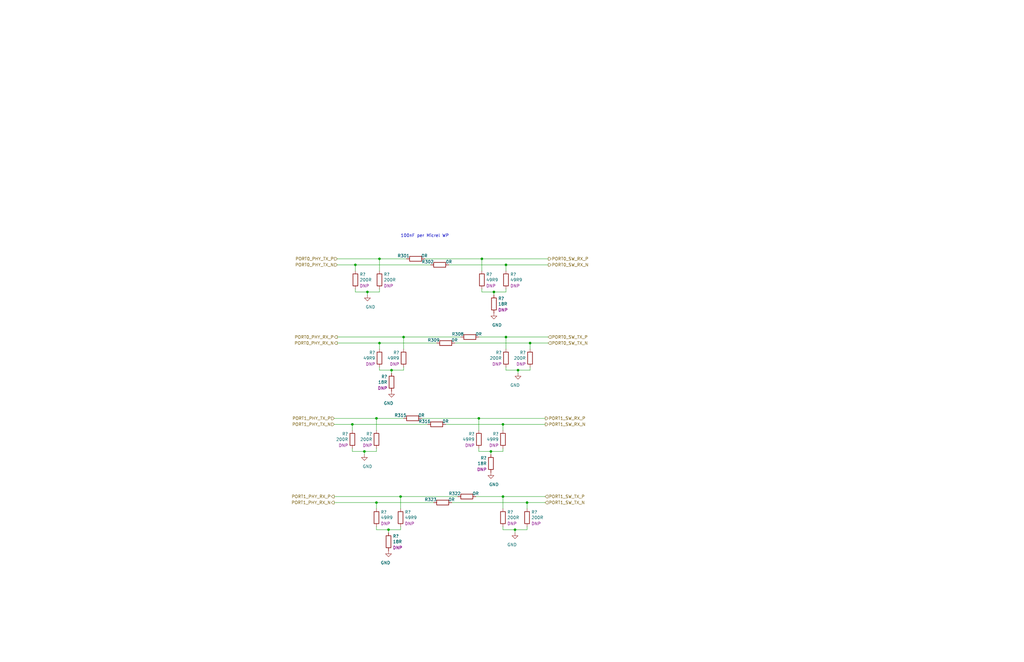
<source format=kicad_sch>
(kicad_sch (version 20230121) (generator eeschema)
  (paper "USLedger")
  (title_block (title "Gimlet Management Network Bringup") (date "2021-02-18") (rev "1") (company "Oxide Computer") (comment 1 "Oxide P/N: 230-0000003"))
  (lib_symbols
    (symbol "gimlet-mgmt-bringup-rescue:GND-power" (power) (pin_names (offset 0))
      (property "Value" "GND-power" (at 0 -3.81 0))
      (symbol "GND-power_0_1"
        (polyline (pts (xy 0 0) (xy 0 -1.27) (xy 1.27 -1.27) (xy 0 -2.54) (xy -1.27 -1.27) (xy 0 -1.27)))
      )
      (symbol "GND-power_1_1"
        (pin power_in line (at 0 0 270) (length 0) hide (name "GND") (number "1"))
      )
    )
    (symbol "gimlet-mgmt-bringup-rescue:R-Device" (pin_numbers hide) (pin_names (offset 0))
      (property "Reference" "R" (at 2.032 0 90))
      (property "Value" "Device_R" (at 0 0 90))
      (symbol "R-Device_0_1"
        (rectangle (start -1.016 -2.54) (end 1.016 2.54) (stroke (width 0.254)))
      )
      (symbol "R-Device_1_1"
        (pin passive line (at 0 3.81 270) (length 1.27) (name "~") (number "1"))
        (pin passive line (at 0 -3.81 90) (length 1.27) (name "~") (number "2"))
      )
    )
  )
  (junction (at 148.59 179.07))
  (junction (at 165.1 156.21))
  (junction (at 213.36 142.24))
  (junction (at 160.02 144.78))
  (junction (at 170.18 142.24))
  (junction (at 168.91 209.55))
  (junction (at 153.67 190.5))
  (junction (at 223.52 144.78))
  (junction (at 218.44 156.21))
  (junction (at 213.36 111.76))
  (junction (at 201.93 176.53))
  (junction (at 203.2 109.22))
  (junction (at 212.09 209.55))
  (junction (at 163.83 223.52))
  (junction (at 158.75 176.53))
  (junction (at 149.86 111.76))
  (junction (at 154.94 123.19))
  (junction (at 158.75 212.09))
  (junction (at 212.09 179.07))
  (junction (at 217.17 223.52))
  (junction (at 208.28 123.19))
  (junction (at 207.01 190.5))
  (junction (at 160.02 109.22))
  (junction (at 222.25 212.09))
  (wire (pts (xy 217.17 224.79) (xy 217.17 223.52)))
  (wire (pts (xy 217.17 223.52) (xy 222.25 223.52)))
  (wire (pts (xy 158.75 223.52) (xy 158.75 222.25)))
  (wire (pts (xy 231.14 142.24) (xy 213.36 142.24)))
  (wire (pts (xy 208.28 123.19) (xy 203.2 123.19)))
  (wire (pts (xy 208.28 124.46) (xy 208.28 123.19)))
  (wire (pts (xy 218.44 156.21) (xy 223.52 156.21)))
  (wire (pts (xy 213.36 142.24) (xy 201.93 142.24)))
  (wire (pts (xy 163.83 224.79) (xy 163.83 223.52)))
  (wire (pts (xy 160.02 114.3) (xy 160.02 109.22)))
  (wire (pts (xy 179.07 109.22) (xy 203.2 109.22)))
  (wire (pts (xy 160.02 109.22) (xy 171.45 109.22)))
  (wire (pts (xy 203.2 109.22) (xy 231.14 109.22)))
  (wire (pts (xy 203.2 123.19) (xy 203.2 121.92)))
  (wire (pts (xy 160.02 123.19) (xy 160.02 121.92)))
  (wire (pts (xy 218.44 156.21) (xy 213.36 156.21)))
  (wire (pts (xy 212.09 190.5) (xy 212.09 189.23)))
  (wire (pts (xy 154.94 123.19) (xy 160.02 123.19)))
  (wire (pts (xy 168.91 209.55) (xy 140.97 209.55)))
  (wire (pts (xy 170.18 156.21) (xy 170.18 154.94)))
  (wire (pts (xy 177.8 176.53) (xy 201.93 176.53)))
  (wire (pts (xy 201.93 181.61) (xy 201.93 176.53)))
  (wire (pts (xy 149.86 114.3) (xy 149.86 111.76)))
  (wire (pts (xy 208.28 123.19) (xy 213.36 123.19)))
  (wire (pts (xy 153.67 191.77) (xy 153.67 190.5)))
  (wire (pts (xy 160.02 147.32) (xy 160.02 144.78)))
  (wire (pts (xy 148.59 181.61) (xy 148.59 179.07)))
  (wire (pts (xy 217.17 223.52) (xy 212.09 223.52)))
  (wire (pts (xy 140.97 176.53) (xy 158.75 176.53)))
  (wire (pts (xy 212.09 179.07) (xy 187.96 179.07)))
  (wire (pts (xy 194.31 142.24) (xy 170.18 142.24)))
  (wire (pts (xy 154.94 123.19) (xy 149.86 123.19)))
  (wire (pts (xy 163.83 223.52) (xy 168.91 223.52)))
  (wire (pts (xy 170.18 142.24) (xy 142.24 142.24)))
  (wire (pts (xy 223.52 156.21) (xy 223.52 154.94)))
  (wire (pts (xy 218.44 157.48) (xy 218.44 156.21)))
  (wire (pts (xy 149.86 123.19) (xy 149.86 121.92)))
  (wire (pts (xy 160.02 156.21) (xy 160.02 154.94)))
  (wire (pts (xy 165.1 156.21) (xy 170.18 156.21)))
  (wire (pts (xy 193.04 209.55) (xy 168.91 209.55)))
  (wire (pts (xy 148.59 190.5) (xy 148.59 189.23)))
  (wire (pts (xy 212.09 223.52) (xy 212.09 222.25)))
  (wire (pts (xy 213.36 111.76) (xy 231.14 111.76)))
  (wire (pts (xy 158.75 212.09) (xy 140.97 212.09)))
  (wire (pts (xy 158.75 176.53) (xy 170.18 176.53)))
  (wire (pts (xy 149.86 111.76) (xy 181.61 111.76)))
  (wire (pts (xy 201.93 176.53) (xy 229.87 176.53)))
  (wire (pts (xy 207.01 190.5) (xy 212.09 190.5)))
  (wire (pts (xy 153.67 190.5) (xy 148.59 190.5)))
  (wire (pts (xy 142.24 111.76) (xy 149.86 111.76)))
  (wire (pts (xy 140.97 179.07) (xy 148.59 179.07)))
  (wire (pts (xy 229.87 212.09) (xy 222.25 212.09)))
  (wire (pts (xy 165.1 156.21) (xy 160.02 156.21)))
  (wire (pts (xy 201.93 190.5) (xy 201.93 189.23)))
  (wire (pts (xy 168.91 214.63) (xy 168.91 209.55)))
  (wire (pts (xy 158.75 214.63) (xy 158.75 212.09)))
  (wire (pts (xy 222.25 223.52) (xy 222.25 222.25)))
  (wire (pts (xy 212.09 214.63) (xy 212.09 209.55)))
  (wire (pts (xy 148.59 179.07) (xy 180.34 179.07)))
  (wire (pts (xy 229.87 209.55) (xy 212.09 209.55)))
  (wire (pts (xy 212.09 209.55) (xy 200.66 209.55)))
  (wire (pts (xy 160.02 144.78) (xy 184.15 144.78)))
  (wire (pts (xy 158.75 212.09) (xy 182.88 212.09)))
  (wire (pts (xy 213.36 111.76) (xy 189.23 111.76)))
  (wire (pts (xy 170.18 147.32) (xy 170.18 142.24)))
  (wire (pts (xy 160.02 144.78) (xy 142.24 144.78)))
  (wire (pts (xy 213.36 156.21) (xy 213.36 154.94)))
  (wire (pts (xy 168.91 223.52) (xy 168.91 222.25)))
  (wire (pts (xy 212.09 181.61) (xy 212.09 179.07)))
  (wire (pts (xy 154.94 124.46) (xy 154.94 123.19)))
  (wire (pts (xy 163.83 223.52) (xy 158.75 223.52)))
  (wire (pts (xy 222.25 212.09) (xy 190.5 212.09)))
  (wire (pts (xy 203.2 114.3) (xy 203.2 109.22)))
  (wire (pts (xy 207.01 190.5) (xy 201.93 190.5)))
  (wire (pts (xy 153.67 190.5) (xy 158.75 190.5)))
  (wire (pts (xy 231.14 144.78) (xy 223.52 144.78)))
  (wire (pts (xy 158.75 190.5) (xy 158.75 189.23)))
  (wire (pts (xy 223.52 144.78) (xy 191.77 144.78)))
  (wire (pts (xy 223.52 147.32) (xy 223.52 144.78)))
  (wire (pts (xy 213.36 123.19) (xy 213.36 121.92)))
  (wire (pts (xy 142.24 109.22) (xy 160.02 109.22)))
  (wire (pts (xy 213.36 147.32) (xy 213.36 142.24)))
  (wire (pts (xy 212.09 179.07) (xy 229.87 179.07)))
  (wire (pts (xy 158.75 181.61) (xy 158.75 176.53)))
  (wire (pts (xy 213.36 114.3) (xy 213.36 111.76)))
  (wire (pts (xy 222.25 214.63) (xy 222.25 212.09)))
  (wire (pts (xy 207.01 191.77) (xy 207.01 190.5)))
  (wire (pts (xy 165.1 157.48) (xy 165.1 156.21)))
  (text "100nF per Micrel WP" (at 168.91 100.33 0) (effects (font (size 1.27 1.27)) (justify left bottom)))
  (hierarchical_label "PORT0_PHY_TX_P" (shape input) (at 142.24 109.22 180))
  (hierarchical_label "PORT1_SW_TX_P" (shape input) (at 229.87 209.55 0))
  (hierarchical_label "PORT0_PHY_RX_N" (shape output) (at 142.24 144.78 180))
  (hierarchical_label "PORT1_SW_RX_P" (shape output) (at 229.87 176.53 0))
  (hierarchical_label "PORT0_PHY_RX_P" (shape output) (at 142.24 142.24 180))
  (hierarchical_label "PORT1_PHY_TX_P" (shape input) (at 140.97 176.53 180))
  (hierarchical_label "PORT1_PHY_RX_N" (shape output) (at 140.97 212.09 180))
  (hierarchical_label "PORT0_SW_RX_P" (shape output) (at 231.14 109.22 0))
  (hierarchical_label "PORT1_PHY_RX_P" (shape output) (at 140.97 209.55 180))
  (hierarchical_label "PORT0_SW_RX_N" (shape output) (at 231.14 111.76 0))
  (hierarchical_label "PORT1_SW_TX_N" (shape input) (at 229.87 212.09 0))
  (hierarchical_label "PORT0_PHY_TX_N" (shape input) (at 142.24 111.76 180))
  (hierarchical_label "PORT0_SW_TX_P" (shape input) (at 231.14 142.24 0))
  (hierarchical_label "PORT1_SW_RX_N" (shape output) (at 229.87 179.07 0))
  (hierarchical_label "PORT1_PHY_TX_N" (shape input) (at 140.97 179.07 180))
  (hierarchical_label "PORT0_SW_TX_N" (shape input) (at 231.14 144.78 0))
  (symbol (lib_id "gimlet-mgmt-bringup-rescue:R-Device") (at 160.02 118.11 0) (unit 1)
    (property "Reference" "R?" (at 161.798 115.7986 0) (effects (justify left)))
    (property "Value" "200R" (at 161.798 118.11 0) (effects (justify left)))
    (property "Footprint" "Resistor_SMD:R_0603_1608Metric" (effects hide))
    (property "Tolerance" "1%" (effects hide))
    (property "MPN" "CR0603-FX-2000ELF" (effects hide))
    (property "Config" "DNP" (at 163.83 120.65 0))
    (property "CPN" "232-0000095" (effects hide))
    (property "Mfg" "Bourns" (effects hide))
    (instances (project "gimlet-mgmt-bringup" (path "" (reference "R?") (unit 1)) (path "" (reference "R?") (unit 1)) (path "" (reference "R304") (unit 1))))
  )
  (symbol (lib_id "gimlet-mgmt-bringup-rescue:R-Device") (at 149.86 118.11 0) (unit 1)
    (property "Reference" "R?" (at 151.638 115.7986 0) (effects (justify left)))
    (property "Value" "200R" (at 151.638 118.11 0) (effects (justify left)))
    (property "Footprint" "Resistor_SMD:R_0603_1608Metric" (effects hide))
    (property "Tolerance" "1%" (effects hide))
    (property "MPN" "CR0603-FX-2000ELF" (effects hide))
    (property "Config" "DNP" (at 153.67 120.65 0))
    (property "CPN" "232-0000095" (effects hide))
    (property "Mfg" "Bourns" (effects hide))
    (instances (project "gimlet-mgmt-bringup" (path "" (reference "R?") (unit 1)) (path "" (reference "R?") (unit 1)) (path "" (reference "R303") (unit 1))))
  )
  (symbol (lib_id "gimlet-mgmt-bringup-rescue:GND-power") (at 154.94 124.46 0) (unit 1)
    (property "Reference" "#PWR0301" (effects hide))
    (property "Value" "GND" (at 156.21 129.54 0))
    (instances (project "gimlet-mgmt-bringup" (path "" (reference "#PWR0301") (unit 1)) (path "" (reference "#PWR?") (unit 1))))
  )
  (symbol (lib_id "gimlet-mgmt-bringup-rescue:R-Device") (at 203.2 118.11 0) (unit 1)
    (property "Reference" "R?" (at 204.978 115.7986 0) (effects (justify left)))
    (property "Value" "49R9" (at 204.978 118.11 0) (effects (justify left)))
    (property "Footprint" "Resistor_SMD:R_0603_1608Metric" (effects hide))
    (property "Tolerance" "1%" (effects hide))
    (property "MPN" "CR0603-FX-49R9ELF" (effects hide))
    (property "Config" "DNP" (at 207.01 120.65 0))
    (property "CPN" "232-0000029" (effects hide))
    (property "Mfg" "Bourns" (effects hide))
    (instances (project "gimlet-mgmt-bringup" (path "" (reference "R?") (unit 1)) (path "" (reference "R?") (unit 1)) (path "" (reference "R305") (unit 1))))
  )
  (symbol (lib_id "gimlet-mgmt-bringup-rescue:GND-power") (at 208.28 132.08 0) (unit 1)
    (property "Reference" "#PWR0302" (effects hide))
    (property "Value" "GND" (at 209.55 137.16 0))
    (instances (project "gimlet-mgmt-bringup" (path "" (reference "#PWR0302") (unit 1)) (path "" (reference "#PWR?") (unit 1))))
  )
  (symbol (lib_id "gimlet-mgmt-bringup-rescue:R-Device") (at 213.36 118.11 0) (unit 1)
    (property "Reference" "R?" (at 215.138 115.7986 0) (effects (justify left)))
    (property "Value" "49R9" (at 215.138 118.11 0) (effects (justify left)))
    (property "Footprint" "Resistor_SMD:R_0603_1608Metric" (effects hide))
    (property "Tolerance" "1%" (effects hide))
    (property "MPN" "CR0603-FX-49R9ELF" (effects hide))
    (property "Config" "DNP" (at 217.17 120.65 0))
    (property "CPN" "232-0000029" (effects hide))
    (property "Mfg" "Bourns" (effects hide))
    (instances (project "gimlet-mgmt-bringup" (path "" (reference "R?") (unit 1)) (path "" (reference "R?") (unit 1)) (path "" (reference "R306") (unit 1))))
  )
  (symbol (lib_id "gimlet-mgmt-bringup-rescue:R-Device") (at 208.28 128.27 0) (unit 1)
    (property "Reference" "R?" (at 210.058 125.9586 0) (effects (justify left)))
    (property "Value" "18R" (at 210.058 128.27 0) (effects (justify left)))
    (property "Footprint" "Resistor_SMD:R_0603_1608Metric" (effects hide))
    (property "Tolerance" "1%" (effects hide))
    (property "MPN" "CR0603-FX-18R0ELF" (effects hide))
    (property "Config" "DNP" (at 212.09 130.81 0))
    (property "CPN" "232-0000092" (effects hide))
    (property "Mfg" "Bourns" (effects hide))
    (instances (project "gimlet-mgmt-bringup" (path "" (reference "R?") (unit 1)) (path "" (reference "R?") (unit 1)) (path "" (reference "R307") (unit 1))))
  )
  (symbol (lib_id "gimlet-mgmt-bringup-rescue:R-Device") (at 223.52 151.13 0) (mirror y) (unit 1)
    (property "Reference" "R?" (at 221.742 148.8186 0) (effects (justify left)))
    (property "Value" "200R" (at 221.742 151.13 0) (effects (justify left)))
    (property "Footprint" "Resistor_SMD:R_0603_1608Metric" (effects hide))
    (property "Tolerance" "1%" (effects hide))
    (property "MPN" "CR0603-FX-2000ELF" (effects hide))
    (property "Config" "DNP" (at 219.71 153.67 0))
    (property "CPN" "232-0000095" (effects hide))
    (property "Mfg" "Bourns" (effects hide))
    (instances (project "gimlet-mgmt-bringup" (path "" (reference "R?") (unit 1)) (path "" (reference "R?") (unit 1)) (path "" (reference "R313") (unit 1))))
  )
  (symbol (lib_id "gimlet-mgmt-bringup-rescue:R-Device") (at 213.36 151.13 0) (mirror y) (unit 1)
    (property "Reference" "R?" (at 211.582 148.8186 0) (effects (justify left)))
    (property "Value" "200R" (at 211.582 151.13 0) (effects (justify left)))
    (property "Footprint" "Resistor_SMD:R_0603_1608Metric" (effects hide))
    (property "Tolerance" "1%" (effects hide))
    (property "MPN" "CR0603-FX-2000ELF" (effects hide))
    (property "Config" "DNP" (at 209.55 153.67 0))
    (property "CPN" "232-0000095" (effects hide))
    (property "Mfg" "Bourns" (effects hide))
    (instances (project "gimlet-mgmt-bringup" (path "" (reference "R?") (unit 1)) (path "" (reference "R?") (unit 1)) (path "" (reference "R312") (unit 1))))
  )
  (symbol (lib_id "gimlet-mgmt-bringup-rescue:GND-power") (at 218.44 157.48 0) (mirror y) (unit 1)
    (property "Reference" "#PWR0303" (effects hide))
    (property "Value" "GND" (at 217.17 162.56 0))
    (instances (project "gimlet-mgmt-bringup" (path "" (reference "#PWR0303") (unit 1)) (path "" (reference "#PWR?") (unit 1))))
  )
  (symbol (lib_id "gimlet-mgmt-bringup-rescue:R-Device") (at 160.02 151.13 0) (mirror y) (unit 1)
    (property "Reference" "R?" (at 158.242 148.8186 0) (effects (justify left)))
    (property "Value" "49R9" (at 158.242 151.13 0) (effects (justify left)))
    (property "Footprint" "Resistor_SMD:R_0603_1608Metric" (effects hide))
    (property "Tolerance" "1%" (effects hide))
    (property "MPN" "CR0603-FX-49R9ELF" (effects hide))
    (property "Config" "DNP" (at 156.21 153.67 0))
    (property "CPN" "232-0000029" (effects hide))
    (property "Mfg" "Bourns" (effects hide))
    (instances (project "gimlet-mgmt-bringup" (path "" (reference "R?") (unit 1)) (path "" (reference "R?") (unit 1)) (path "" (reference "R310") (unit 1))))
  )
  (symbol (lib_id "gimlet-mgmt-bringup-rescue:GND-power") (at 165.1 165.1 0) (mirror y) (unit 1)
    (property "Reference" "#PWR0304" (effects hide))
    (property "Value" "GND" (at 163.83 170.18 0))
    (instances (project "gimlet-mgmt-bringup" (path "" (reference "#PWR0304") (unit 1)) (path "" (reference "#PWR?") (unit 1))))
  )
  (symbol (lib_id "gimlet-mgmt-bringup-rescue:R-Device") (at 170.18 151.13 0) (mirror y) (unit 1)
    (property "Reference" "R?" (at 168.402 148.8186 0) (effects (justify left)))
    (property "Value" "49R9" (at 168.402 151.13 0) (effects (justify left)))
    (property "Footprint" "Resistor_SMD:R_0603_1608Metric" (effects hide))
    (property "Tolerance" "1%" (effects hide))
    (property "MPN" "CR0603-FX-49R9ELF" (effects hide))
    (property "Config" "DNP" (at 166.37 153.67 0))
    (property "CPN" "232-0000029" (effects hide))
    (property "Mfg" "Bourns" (effects hide))
    (instances (project "gimlet-mgmt-bringup" (path "" (reference "R?") (unit 1)) (path "" (reference "R?") (unit 1)) (path "" (reference "R311") (unit 1))))
  )
  (symbol (lib_id "gimlet-mgmt-bringup-rescue:R-Device") (at 165.1 161.29 0) (mirror y) (unit 1)
    (property "Reference" "R?" (at 163.322 158.9786 0) (effects (justify left)))
    (property "Value" "18R" (at 163.322 161.29 0) (effects (justify left)))
    (property "Footprint" "Resistor_SMD:R_0603_1608Metric" (effects hide))
    (property "Tolerance" "1%" (effects hide))
    (property "MPN" "CR0603-FX-18R0ELF" (effects hide))
    (property "Config" "DNP" (at 161.29 163.83 0))
    (property "CPN" "232-0000092" (effects hide))
    (property "Mfg" "Bourns" (effects hide))
    (instances (project "gimlet-mgmt-bringup" (path "" (reference "R?") (unit 1)) (path "" (reference "R?") (unit 1)) (path "" (reference "R314") (unit 1))))
  )
  (symbol (lib_id "gimlet-mgmt-bringup-rescue:R-Device") (at 222.25 218.44 0) (unit 1)
    (property "Reference" "R?" (at 224.028 216.1286 0) (effects (justify left)))
    (property "Value" "200R" (at 224.028 218.44 0) (effects (justify left)))
    (property "Footprint" "Resistor_SMD:R_0603_1608Metric" (effects hide))
    (property "Tolerance" "1%" (effects hide))
    (property "MPN" "CR0603-FX-2000ELF" (effects hide))
    (property "Config" "DNP" (at 226.06 220.98 0))
    (property "CPN" "232-0000095" (effects hide))
    (property "Mfg" "Bourns" (effects hide))
    (instances (project "gimlet-mgmt-bringup" (path "" (reference "R?") (unit 1)) (path "" (reference "R?") (unit 1)) (path "" (reference "R327") (unit 1))))
  )
  (symbol (lib_id "gimlet-mgmt-bringup-rescue:R-Device") (at 212.09 218.44 0) (unit 1)
    (property "Reference" "R?" (at 213.868 216.1286 0) (effects (justify left)))
    (property "Value" "200R" (at 213.868 218.44 0) (effects (justify left)))
    (property "Footprint" "Resistor_SMD:R_0603_1608Metric" (effects hide))
    (property "Tolerance" "1%" (effects hide))
    (property "MPN" "CR0603-FX-2000ELF" (effects hide))
    (property "Config" "DNP" (at 215.9 220.98 0))
    (property "CPN" "232-0000095" (effects hide))
    (property "Mfg" "Bourns" (effects hide))
    (instances (project "gimlet-mgmt-bringup" (path "" (reference "R?") (unit 1)) (path "" (reference "R?") (unit 1)) (path "" (reference "R326") (unit 1))))
  )
  (symbol (lib_id "gimlet-mgmt-bringup-rescue:GND-power") (at 153.67 191.77 0) (unit 1)
    (property "Reference" "#PWR0305" (effects hide))
    (property "Value" "GND" (at 154.94 196.85 0))
    (instances (project "gimlet-mgmt-bringup" (path "" (reference "#PWR0305") (unit 1)) (path "" (reference "#PWR?") (unit 1))))
  )
  (symbol (lib_id "gimlet-mgmt-bringup-rescue:R-Device") (at 158.75 218.44 0) (unit 1)
    (property "Reference" "R?" (at 160.528 216.1286 0) (effects (justify left)))
    (property "Value" "49R9" (at 160.528 218.44 0) (effects (justify left)))
    (property "Footprint" "Resistor_SMD:R_0603_1608Metric" (effects hide))
    (property "Tolerance" "1%" (effects hide))
    (property "MPN" "CR0603-FX-49R9ELF" (effects hide))
    (property "Config" "DNP" (at 162.56 220.98 0))
    (property "CPN" "232-0000029" (effects hide))
    (property "Mfg" "Bourns" (effects hide))
    (instances (project "gimlet-mgmt-bringup" (path "" (reference "R?") (unit 1)) (path "" (reference "R?") (unit 1)) (path "" (reference "R324") (unit 1))))
  )
  (symbol (lib_id "gimlet-mgmt-bringup-rescue:GND-power") (at 207.01 199.39 0) (unit 1)
    (property "Reference" "#PWR0306" (effects hide))
    (property "Value" "GND" (at 208.28 204.47 0))
    (instances (project "gimlet-mgmt-bringup" (path "" (reference "#PWR0306") (unit 1)) (path "" (reference "#PWR?") (unit 1))))
  )
  (symbol (lib_id "gimlet-mgmt-bringup-rescue:R-Device") (at 168.91 218.44 0) (unit 1)
    (property "Reference" "R?" (at 170.688 216.1286 0) (effects (justify left)))
    (property "Value" "49R9" (at 170.688 218.44 0) (effects (justify left)))
    (property "Footprint" "Resistor_SMD:R_0603_1608Metric" (effects hide))
    (property "Tolerance" "1%" (effects hide))
    (property "MPN" "CR0603-FX-49R9ELF" (effects hide))
    (property "Config" "DNP" (at 172.72 220.98 0))
    (property "CPN" "232-0000029" (effects hide))
    (property "Mfg" "Bourns" (effects hide))
    (instances (project "gimlet-mgmt-bringup" (path "" (reference "R?") (unit 1)) (path "" (reference "R?") (unit 1)) (path "" (reference "R325") (unit 1))))
  )
  (symbol (lib_id "gimlet-mgmt-bringup-rescue:R-Device") (at 163.83 228.6 0) (unit 1)
    (property "Reference" "R?" (at 165.608 226.2886 0) (effects (justify left)))
    (property "Value" "18R" (at 165.608 228.6 0) (effects (justify left)))
    (property "Footprint" "Resistor_SMD:R_0603_1608Metric" (effects hide))
    (property "Tolerance" "1%" (effects hide))
    (property "MPN" "CR0603-FX-18R0ELF" (effects hide))
    (property "Config" "DNP" (at 167.64 231.14 0))
    (property "CPN" "232-0000092" (effects hide))
    (property "Mfg" "Bourns" (effects hide))
    (instances (project "gimlet-mgmt-bringup" (path "" (reference "R?") (unit 1)) (path "" (reference "R?") (unit 1)) (path "" (reference "R328") (unit 1))))
  )
  (symbol (lib_id "gimlet-mgmt-bringup-rescue:R-Device") (at 148.59 185.42 0) (mirror y) (unit 1)
    (property "Reference" "R?" (at 146.812 183.1086 0) (effects (justify left)))
    (property "Value" "200R" (at 146.812 185.42 0) (effects (justify left)))
    (property "Footprint" "Resistor_SMD:R_0603_1608Metric" (effects hide))
    (property "Tolerance" "1%" (effects hide))
    (property "MPN" "CR0603-FX-2000ELF" (effects hide))
    (property "Config" "DNP" (at 144.78 187.96 0))
    (property "CPN" "232-0000095" (effects hide))
    (property "Mfg" "Bourns" (effects hide))
    (instances (project "gimlet-mgmt-bringup" (path "" (reference "R?") (unit 1)) (path "" (reference "R?") (unit 1)) (path "" (reference "R317") (unit 1))))
  )
  (symbol (lib_id "gimlet-mgmt-bringup-rescue:R-Device") (at 158.75 185.42 0) (mirror y) (unit 1)
    (property "Reference" "R?" (at 156.972 183.1086 0) (effects (justify left)))
    (property "Value" "200R" (at 156.972 185.42 0) (effects (justify left)))
    (property "Footprint" "Resistor_SMD:R_0603_1608Metric" (effects hide))
    (property "Tolerance" "1%" (effects hide))
    (property "MPN" "CR0603-FX-2000ELF" (effects hide))
    (property "Config" "DNP" (at 154.94 187.96 0))
    (property "CPN" "232-0000095" (effects hide))
    (property "Mfg" "Bourns" (effects hide))
    (instances (project "gimlet-mgmt-bringup" (path "" (reference "R?") (unit 1)) (path "" (reference "R?") (unit 1)) (path "" (reference "R318") (unit 1))))
  )
  (symbol (lib_id "gimlet-mgmt-bringup-rescue:GND-power") (at 217.17 224.79 0) (mirror y) (unit 1)
    (property "Reference" "#PWR0307" (effects hide))
    (property "Value" "GND" (at 215.9 229.87 0))
    (instances (project "gimlet-mgmt-bringup" (path "" (reference "#PWR0307") (unit 1)) (path "" (reference "#PWR?") (unit 1))))
  )
  (symbol (lib_id "gimlet-mgmt-bringup-rescue:R-Device") (at 201.93 185.42 0) (mirror y) (unit 1)
    (property "Reference" "R?" (at 200.152 183.1086 0) (effects (justify left)))
    (property "Value" "49R9" (at 200.152 185.42 0) (effects (justify left)))
    (property "Footprint" "Resistor_SMD:R_0603_1608Metric" (effects hide))
    (property "Tolerance" "1%" (effects hide))
    (property "MPN" "CR0603-FX-49R9ELF" (effects hide))
    (property "Config" "DNP" (at 198.12 187.96 0))
    (property "CPN" "232-0000029" (effects hide))
    (property "Mfg" "Bourns" (effects hide))
    (instances (project "gimlet-mgmt-bringup" (path "" (reference "R?") (unit 1)) (path "" (reference "R?") (unit 1)) (path "" (reference "R319") (unit 1))))
  )
  (symbol (lib_id "gimlet-mgmt-bringup-rescue:GND-power") (at 163.83 232.41 0) (mirror y) (unit 1)
    (property "Reference" "#PWR0308" (effects hide))
    (property "Value" "GND" (at 162.56 237.49 0))
    (instances (project "gimlet-mgmt-bringup" (path "" (reference "#PWR0308") (unit 1)) (path "" (reference "#PWR?") (unit 1))))
  )
  (symbol (lib_id "gimlet-mgmt-bringup-rescue:R-Device") (at 212.09 185.42 0) (mirror y) (unit 1)
    (property "Reference" "R?" (at 210.312 183.1086 0) (effects (justify left)))
    (property "Value" "49R9" (at 210.312 185.42 0) (effects (justify left)))
    (property "Footprint" "Resistor_SMD:R_0603_1608Metric" (effects hide))
    (property "Tolerance" "1%" (effects hide))
    (property "MPN" "CR0603-FX-49R9ELF" (effects hide))
    (property "Config" "DNP" (at 208.28 187.96 0))
    (property "CPN" "232-0000029" (effects hide))
    (property "Mfg" "Bourns" (effects hide))
    (instances (project "gimlet-mgmt-bringup" (path "" (reference "R?") (unit 1)) (path "" (reference "R?") (unit 1)) (path "" (reference "R320") (unit 1))))
  )
  (symbol (lib_id "gimlet-mgmt-bringup-rescue:R-Device") (at 207.01 195.58 0) (mirror y) (unit 1)
    (property "Reference" "R?" (at 205.232 193.2686 0) (effects (justify left)))
    (property "Value" "18R" (at 205.232 195.58 0) (effects (justify left)))
    (property "Footprint" "Resistor_SMD:R_0603_1608Metric" (effects hide))
    (property "Tolerance" "1%" (effects hide))
    (property "MPN" "CR0603-FX-18R0ELF" (effects hide))
    (property "Config" "DNP" (at 203.2 198.12 0))
    (property "CPN" "232-0000092" (effects hide))
    (property "Mfg" "Bourns" (effects hide))
    (instances (project "gimlet-mgmt-bringup" (path "" (reference "R?") (unit 1)) (path "" (reference "R?") (unit 1)) (path "" (reference "R321") (unit 1))))
  )
  (symbol (lib_id "gimlet-mgmt-bringup-rescue:R-Device") (at 175.26 109.22 90) (unit 1)
    (property "Reference" "R301" (at 172.72 107.95 90) (effects (justify left)))
    (property "Value" "0R" (at 180.34 107.95 90) (effects (justify left)))
    (property "Footprint" "Resistor_SMD:R_0603_1608Metric" (effects hide))
    (property "MPN" "CR0603-J/-000ELF" (effects hide))
    (property "CPN" "232-0000025" (effects hide))
    (property "Mfg" "Bourns" (effects hide))
    (instances (project "gimlet-mgmt-bringup" (path "" (reference "R301") (unit 1)) (path "" (reference "R?") (unit 1))))
  )
  (symbol (lib_id "gimlet-mgmt-bringup-rescue:R-Device") (at 185.42 111.76 270) (unit 1)
    (property "Reference" "R302" (at 177.8 110.49 90) (effects (justify left)))
    (property "Value" "0R" (at 187.96 110.49 90) (effects (justify left)))
    (property "Footprint" "Resistor_SMD:R_0603_1608Metric" (effects hide))
    (property "MPN" "CR0603-J/-000ELF" (effects hide))
    (property "CPN" "232-0000025" (effects hide))
    (property "Mfg" "Bourns" (effects hide))
    (instances (project "gimlet-mgmt-bringup" (path "" (reference "R302") (unit 1)) (path "" (reference "R?") (unit 1))))
  )
  (symbol (lib_id "gimlet-mgmt-bringup-rescue:R-Device") (at 198.12 142.24 90) (unit 1)
    (property "Reference" "R308" (at 195.58 140.97 90) (effects (justify left)))
    (property "Value" "0R" (at 203.2 140.97 90) (effects (justify left)))
    (property "Footprint" "Resistor_SMD:R_0603_1608Metric" (effects hide))
    (property "MPN" "CR0603-J/-000ELF" (effects hide))
    (property "CPN" "232-0000025" (effects hide))
    (property "Mfg" "Bourns" (effects hide))
    (instances (project "gimlet-mgmt-bringup" (path "" (reference "R308") (unit 1)) (path "" (reference "R?") (unit 1))))
  )
  (symbol (lib_id "gimlet-mgmt-bringup-rescue:R-Device") (at 187.96 144.78 90) (unit 1)
    (property "Reference" "R309" (at 185.42 143.51 90) (effects (justify left)))
    (property "Value" "0R" (at 193.04 143.51 90) (effects (justify left)))
    (property "Footprint" "Resistor_SMD:R_0603_1608Metric" (effects hide))
    (property "MPN" "CR0603-J/-000ELF" (effects hide))
    (property "CPN" "232-0000025" (effects hide))
    (property "Mfg" "Bourns" (effects hide))
    (instances (project "gimlet-mgmt-bringup" (path "" (reference "R309") (unit 1)) (path "" (reference "R?") (unit 1))))
  )
  (symbol (lib_id "gimlet-mgmt-bringup-rescue:R-Device") (at 173.99 176.53 90) (unit 1)
    (property "Reference" "R315" (at 171.45 175.26 90) (effects (justify left)))
    (property "Value" "0R" (at 179.07 175.26 90) (effects (justify left)))
    (property "Footprint" "Resistor_SMD:R_0603_1608Metric" (effects hide))
    (property "MPN" "CR0603-J/-000ELF" (effects hide))
    (property "CPN" "232-0000025" (effects hide))
    (property "Mfg" "Bourns" (effects hide))
    (instances (project "gimlet-mgmt-bringup" (path "" (reference "R315") (unit 1)) (path "" (reference "R?") (unit 1))))
  )
  (symbol (lib_id "gimlet-mgmt-bringup-rescue:R-Device") (at 184.15 179.07 90) (unit 1)
    (property "Reference" "R316" (at 181.61 177.8 90) (effects (justify left)))
    (property "Value" "0R" (at 189.23 177.8 90) (effects (justify left)))
    (property "Footprint" "Resistor_SMD:R_0603_1608Metric" (effects hide))
    (property "MPN" "CR0603-J/-000ELF" (effects hide))
    (property "CPN" "232-0000025" (effects hide))
    (property "Mfg" "Bourns" (effects hide))
    (instances (project "gimlet-mgmt-bringup" (path "" (reference "R316") (unit 1)) (path "" (reference "R?") (unit 1))))
  )
  (symbol (lib_id "gimlet-mgmt-bringup-rescue:R-Device") (at 196.85 209.55 90) (unit 1)
    (property "Reference" "R322" (at 194.31 208.28 90) (effects (justify left)))
    (property "Value" "0R" (at 201.93 208.28 90) (effects (justify left)))
    (property "Footprint" "Resistor_SMD:R_0603_1608Metric" (effects hide))
    (property "MPN" "CR0603-J/-000ELF" (effects hide))
    (property "CPN" "232-0000025" (effects hide))
    (property "Mfg" "Bourns" (effects hide))
    (instances (project "gimlet-mgmt-bringup" (path "" (reference "R322") (unit 1)) (path "" (reference "R?") (unit 1))))
  )
  (symbol (lib_id "gimlet-mgmt-bringup-rescue:R-Device") (at 186.69 212.09 90) (unit 1)
    (property "Reference" "R323" (at 184.15 210.82 90) (effects (justify left)))
    (property "Value" "0R" (at 191.77 210.82 90) (effects (justify left)))
    (property "Footprint" "Resistor_SMD:R_0603_1608Metric" (effects hide))
    (property "MPN" "CR0603-J/-000ELF" (effects hide))
    (property "CPN" "232-0000025" (effects hide))
    (property "Mfg" "Bourns" (effects hide))
    (instances (project "gimlet-mgmt-bringup" (path "" (reference "R323") (unit 1)) (path "" (reference "R?") (unit 1))))
  )
)
</source>
